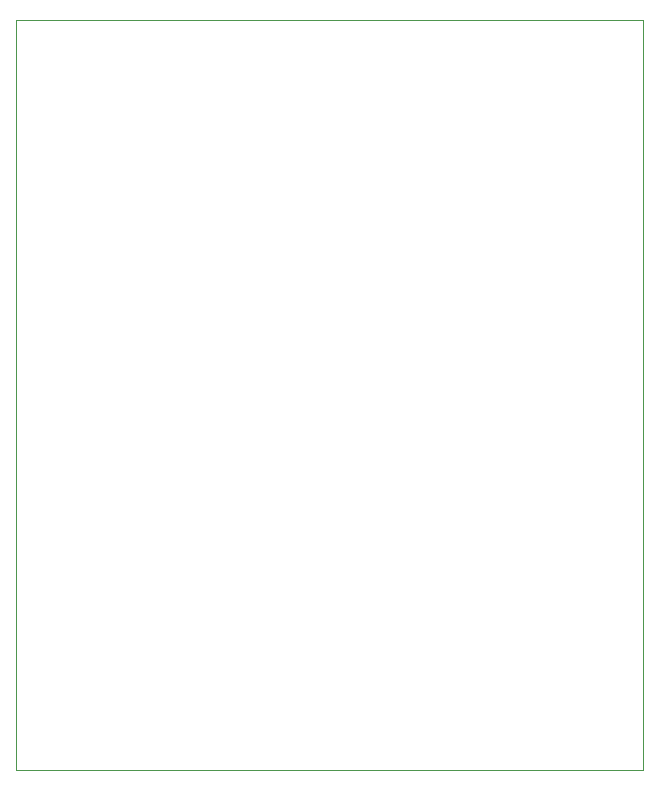
<source format=gbr>
%TF.GenerationSoftware,KiCad,Pcbnew,7.0.7*%
%TF.CreationDate,2023-09-15T19:51:45-06:00*%
%TF.ProjectId,hygienie_pcb,68796769-656e-4696-955f-7063622e6b69,00*%
%TF.SameCoordinates,Original*%
%TF.FileFunction,Profile,NP*%
%FSLAX46Y46*%
G04 Gerber Fmt 4.6, Leading zero omitted, Abs format (unit mm)*
G04 Created by KiCad (PCBNEW 7.0.7) date 2023-09-15 19:51:45*
%MOMM*%
%LPD*%
G01*
G04 APERTURE LIST*
%TA.AperFunction,Profile*%
%ADD10C,0.100000*%
%TD*%
G04 APERTURE END LIST*
D10*
X80600000Y-73660000D02*
X133700000Y-73660000D01*
X133700000Y-137160000D01*
X80600000Y-137160000D01*
X80600000Y-73660000D01*
M02*

</source>
